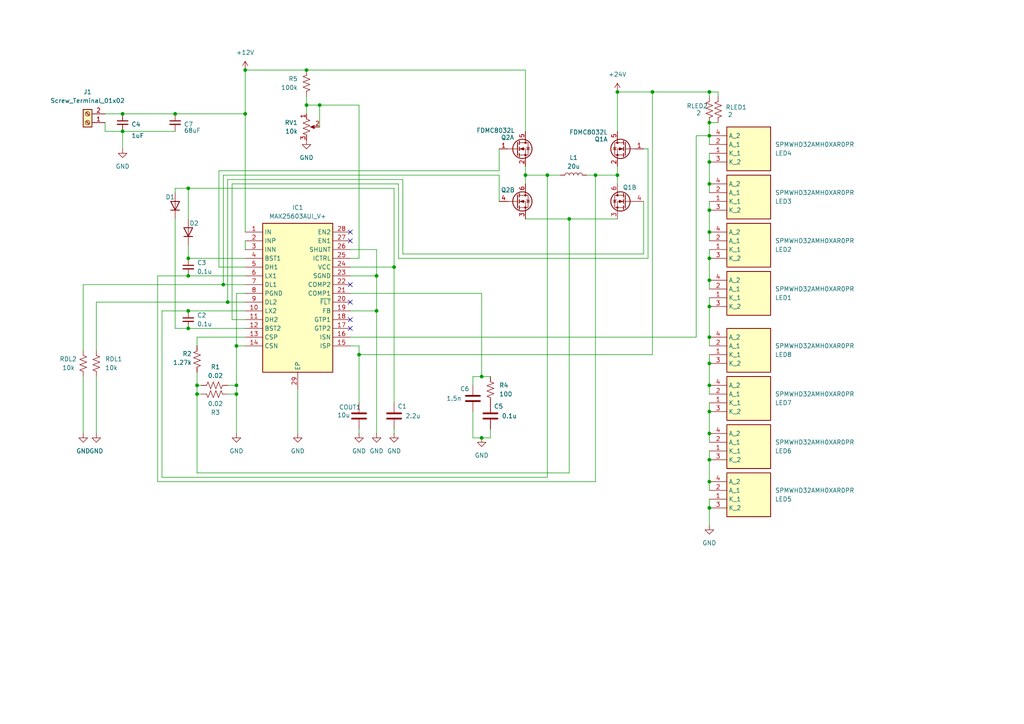
<source format=kicad_sch>
(kicad_sch (version 20231120) (generator "eeschema") (generator_version "8.0")
  (paper "A4")
  (lib_symbols
    (symbol "Connector:Screw_Terminal_01x02" (pin_names (offset 1.016) hide)
      (property "Reference" "J" (at 0 2.54 0))
      (property "Value" "Screw_Terminal_01x02" (at 0 -5.08 0))
      (symbol "Screw_Terminal_01x02_1_1"
        (rectangle (start -1.27 1.27) (end 1.27 -3.81) (stroke (width 0.254)) (fill (type background)))
        (circle (center 0 -2.54) (radius 0.635) (stroke (width 0.1524)))
        (polyline (pts (xy -0.5334 -2.2098) (xy 0.3302 -3.048)) (stroke (width 0.1524)))
        (polyline (pts (xy -0.5334 0.3302) (xy 0.3302 -0.508)) (stroke (width 0.1524)))
        (polyline (pts (xy -0.3556 -2.032) (xy 0.508 -2.8702)) (stroke (width 0.1524)))
        (polyline (pts (xy -0.3556 0.508) (xy 0.508 -0.3302)) (stroke (width 0.1524)))
        (circle (center 0 0) (radius 0.635) (stroke (width 0.1524)))
        (pin passive line (at -5.08 0 0) (length 3.81) (name "Pin_1") (number "1"))
        (pin passive line (at -5.08 -2.54 0) (length 3.81) (name "Pin_2") (number "2"))
      )
    )
    (symbol "Device:C" (pin_numbers hide) (pin_names (offset 0.254))
      (property "Reference" "C" (at 0.635 2.54 0))
      (property "Value" "C" (at 0.635 -2.54 0))
      (symbol "C_0_1"
        (polyline (pts (xy -2.032 -0.762) (xy 2.032 -0.762)) (stroke (width 0.508)))
        (polyline (pts (xy -2.032 0.762) (xy 2.032 0.762)) (stroke (width 0.508)))
      )
      (symbol "C_1_1"
        (pin passive line (at 0 3.81 270) (length 2.794) (name "~") (number "1"))
        (pin passive line (at 0 -3.81 90) (length 2.794) (name "~") (number "2"))
      )
    )
    (symbol "Device:C_Small" (pin_numbers hide) (pin_names (offset 0.254) hide)
      (property "Reference" "C" (at 0.254 1.778 0))
      (property "Value" "C_Small" (at 0.254 -2.032 0))
      (symbol "C_Small_0_1"
        (polyline (pts (xy -1.524 -0.508) (xy 1.524 -0.508)) (stroke (width 0.3302)))
        (polyline (pts (xy -1.524 0.508) (xy 1.524 0.508)) (stroke (width 0.3048)))
      )
      (symbol "C_Small_1_1"
        (pin passive line (at 0 2.54 270) (length 2.032) (name "~") (number "1"))
        (pin passive line (at 0 -2.54 90) (length 2.032) (name "~") (number "2"))
      )
    )
    (symbol "Device:D" (pin_numbers hide) (pin_names (offset 1.016) hide)
      (property "Reference" "D" (at 0 2.54 0))
      (property "Value" "D" (at 0 -2.54 0))
      (symbol "D_0_1"
        (polyline (pts (xy -1.27 1.27) (xy -1.27 -1.27)) (stroke (width 0.254)))
        (polyline (pts (xy 1.27 0) (xy -1.27 0)))
        (polyline (pts (xy 1.27 1.27) (xy 1.27 -1.27) (xy -1.27 0) (xy 1.27 1.27)) (stroke (width 0.254)))
      )
      (symbol "D_1_1"
        (pin passive line (at -3.81 0 0) (length 2.54) (name "K") (number "1"))
        (pin passive line (at 3.81 0 180) (length 2.54) (name "A") (number "2"))
      )
    )
    (symbol "Device:L" (pin_numbers hide) (pin_names (offset 1.016) hide)
      (property "Reference" "L" (at -1.27 0 90))
      (property "Value" "L" (at 1.905 0 90))
      (symbol "L_0_1"
        (arc (start 0 -2.54) (mid 0.6323 -1.905) (end 0 -1.27))
        (arc (start 0 -1.27) (mid 0.6323 -0.635) (end 0 0))
        (arc (start 0 0) (mid 0.6323 0.635) (end 0 1.27))
        (arc (start 0 1.27) (mid 0.6323 1.905) (end 0 2.54))
      )
      (symbol "L_1_1"
        (pin passive line (at 0 3.81 270) (length 1.27) (name "1") (number "1"))
        (pin passive line (at 0 -3.81 90) (length 1.27) (name "2") (number "2"))
      )
    )
    (symbol "Device:R_Potentiometer_US" (pin_names (offset 1.016) hide)
      (property "Reference" "RV" (at -4.445 0 90))
      (property "Value" "R_Potentiometer_US" (at -2.54 0 90))
      (symbol "R_Potentiometer_US_0_1"
        (polyline (pts (xy 0 -2.286) (xy 0 -2.54)))
        (polyline (pts (xy 0 2.54) (xy 0 2.286)))
        (polyline (pts (xy 2.54 0) (xy 1.524 0)))
        (polyline (pts (xy 1.143 0) (xy 2.286 0.508) (xy 2.286 -0.508) (xy 1.143 0)) (fill (type outline)))
        (polyline (pts (xy 0 -0.762) (xy 1.016 -1.143) (xy 0 -1.524) (xy -1.016 -1.905) (xy 0 -2.286)))
        (polyline (pts (xy 0 0.762) (xy 1.016 0.381) (xy 0 0) (xy -1.016 -0.381) (xy 0 -0.762)))
        (polyline (pts (xy 0 2.286) (xy 1.016 1.905) (xy 0 1.524) (xy -1.016 1.143) (xy 0 0.762)))
      )
      (symbol "R_Potentiometer_US_1_1"
        (pin passive line (at 0 3.81 270) (length 1.27) (name "1") (number "1"))
        (pin passive line (at 3.81 0 180) (length 1.27) (name "2") (number "2"))
        (pin passive line (at 0 -3.81 90) (length 1.27) (name "3") (number "3"))
      )
    )
    (symbol "Device:R_US" (pin_numbers hide) (pin_names (offset 0))
      (property "Reference" "R" (at 2.54 0 90))
      (property "Value" "R_US" (at -2.54 0 90))
      (symbol "R_US_0_1"
        (polyline (pts (xy 0 -2.286) (xy 0 -2.54)))
        (polyline (pts (xy 0 2.286) (xy 0 2.54)))
        (polyline (pts (xy 0 -0.762) (xy 1.016 -1.143) (xy 0 -1.524) (xy -1.016 -1.905) (xy 0 -2.286)))
        (polyline (pts (xy 0 0.762) (xy 1.016 0.381) (xy 0 0) (xy -1.016 -0.381) (xy 0 -0.762)))
        (polyline (pts (xy 0 2.286) (xy 1.016 1.905) (xy 0 1.524) (xy -1.016 1.143) (xy 0 0.762)))
      )
      (symbol "R_US_1_1"
        (pin passive line (at 0 3.81 270) (length 1.27) (name "~") (number "1"))
        (pin passive line (at 0 -3.81 90) (length 1.27) (name "~") (number "2"))
      )
    )
    (symbol "MAX25603AUI_V+:MAX25603AUI_V+"
      (property "Reference" "IC" (at 26.67 7.62 0))
      (property "Value" "MAX25603AUI_V+" (at 26.67 5.08 0))
      (symbol "MAX25603AUI_V+_1_1"
        (rectangle (start 5.08 2.54) (end 25.4 -40.64) (stroke (width 0.254)) (fill (type background)))
        (pin passive line (at 0 0 0) (length 5.08) (name "IN") (number "1"))
        (pin passive line (at 0 -22.86 0) (length 5.08) (name "LX2") (number "10"))
        (pin passive line (at 0 -25.4 0) (length 5.08) (name "DH2") (number "11"))
        (pin passive line (at 0 -27.94 0) (length 5.08) (name "BST2") (number "12"))
        (pin passive line (at 0 -30.48 0) (length 5.08) (name "CSP") (number "13"))
        (pin passive line (at 0 -33.02 0) (length 5.08) (name "CSN") (number "14"))
        (pin passive line (at 30.48 -33.02 180) (length 5.08) (name "ISP") (number "15"))
        (pin passive line (at 30.48 -30.48 180) (length 5.08) (name "ISN") (number "16"))
        (pin passive line (at 30.48 -27.94 180) (length 5.08) (name "GTP2") (number "17"))
        (pin passive line (at 30.48 -25.4 180) (length 5.08) (name "GTP1") (number "18"))
        (pin passive line (at 30.48 -22.86 180) (length 5.08) (name "FB") (number "19"))
        (pin passive line (at 0 -2.54 0) (length 5.08) (name "INP") (number "2"))
        (pin passive line (at 30.48 -20.32 180) (length 5.08) (name "~{FLT}") (number "20"))
        (pin passive line (at 30.48 -17.78 180) (length 5.08) (name "COMP1") (number "21"))
        (pin passive line (at 30.48 -15.24 180) (length 5.08) (name "COMP2") (number "22"))
        (pin passive line (at 30.48 -12.7 180) (length 5.08) (name "SGND") (number "23"))
        (pin passive line (at 30.48 -10.16 180) (length 5.08) (name "VCC") (number "24"))
        (pin passive line (at 30.48 -7.62 180) (length 5.08) (name "ICTRL") (number "25"))
        (pin passive line (at 30.48 -5.08 180) (length 5.08) (name "SHUNT") (number "26"))
        (pin passive line (at 30.48 -2.54 180) (length 5.08) (name "EN1") (number "27"))
        (pin passive line (at 30.48 0 180) (length 5.08) (name "EN2") (number "28"))
        (pin passive line (at 15.24 -45.72 90) (length 5.08) (name "EP") (number "29"))
        (pin passive line (at 0 -5.08 0) (length 5.08) (name "INN") (number "3"))
        (pin passive line (at 0 -7.62 0) (length 5.08) (name "BST1") (number "4"))
        (pin passive line (at 0 -10.16 0) (length 5.08) (name "DH1") (number "5"))
        (pin passive line (at 0 -12.7 0) (length 5.08) (name "LX1") (number "6"))
        (pin passive line (at 0 -15.24 0) (length 5.08) (name "DL1") (number "7"))
        (pin passive line (at 0 -17.78 0) (length 5.08) (name "PGND") (number "8"))
        (pin passive line (at 0 -20.32 0) (length 5.08) (name "DL2") (number "9"))
      )
    )
    (symbol "SPMWHD32AMH0XAR0PR:SPMWHD32AMH0XAR0PR"
      (property "Reference" "LED" (at 19.05 7.62 0))
      (property "Value" "SPMWHD32AMH0XAR0PR" (at 19.05 5.08 0))
      (symbol "SPMWHD32AMH0XAR0PR_1_1"
        (rectangle (start 5.08 2.54) (end 17.78 -10.16) (stroke (width 0.254)) (fill (type background)))
        (pin passive line (at 0 -2.54 0) (length 5.08) (name "K_1") (number "1"))
        (pin passive line (at 0 -5.08 0) (length 5.08) (name "A_1") (number "2"))
        (pin passive line (at 0 0 0) (length 5.08) (name "K_2") (number "3"))
        (pin passive line (at 0 -7.62 0) (length 5.08) (name "A_2") (number "4"))
      )
    )
    (symbol "Transistor_FET:FDMC8032L" (pin_names hide)
      (property "Reference" "Q" (at 5.08 1.905 0))
      (property "Value" "FDMC8032L" (at 5.08 0 0))
      (symbol "FDMC8032L_0_1"
        (polyline (pts (xy 0.254 0) (xy -2.54 0)))
        (polyline (pts (xy 0.254 1.905) (xy 0.254 -1.905)) (stroke (width 0.254)))
        (polyline (pts (xy 0.762 -1.27) (xy 0.762 -2.286)) (stroke (width 0.254)))
        (polyline (pts (xy 0.762 0.508) (xy 0.762 -0.508)) (stroke (width 0.254)))
        (polyline (pts (xy 0.762 2.286) (xy 0.762 1.27)) (stroke (width 0.254)))
        (polyline (pts (xy 2.54 2.54) (xy 2.54 1.778)))
        (polyline (pts (xy 2.54 -2.54) (xy 2.54 0) (xy 0.762 0)))
        (polyline (pts (xy 0.762 -1.778) (xy 3.302 -1.778) (xy 3.302 1.778) (xy 0.762 1.778)))
        (polyline (pts (xy 1.016 0) (xy 2.032 0.381) (xy 2.032 -0.381) (xy 1.016 0)) (fill (type outline)))
        (polyline (pts (xy 2.794 0.508) (xy 2.921 0.381) (xy 3.683 0.381) (xy 3.81 0.254)))
        (polyline (pts (xy 3.302 0.381) (xy 2.921 -0.254) (xy 3.683 -0.254) (xy 3.302 0.381)))
        (circle (center 1.651 0) (radius 2.794) (stroke (width 0.254)))
        (circle (center 2.54 -1.778) (radius 0.254) (fill (type outline)))
        (circle (center 2.54 1.778) (radius 0.254) (fill (type outline)))
      )
      (symbol "FDMC8032L_1_1"
        (pin passive line (at -5.08 0 0) (length 2.54) (name "G1") (number "1"))
        (pin passive line (at 2.54 -5.08 90) (length 2.54) (name "S1") (number "2"))
        (pin passive line (at 2.54 5.08 270) (length 2.54) (name "D1") (number "5"))
      )
      (symbol "FDMC8032L_2_1"
        (pin passive line (at 2.54 -5.08 90) (length 2.54) (name "S2") (number "3"))
        (pin passive line (at -5.08 0 0) (length 2.54) (name "G2") (number "4"))
        (pin passive line (at 2.54 5.08 270) (length 2.54) (name "D2") (number "6"))
      )
    )
    (symbol "power:+12V" (power) (pin_numbers hide) (pin_names (offset 0) hide)
      (property "Value" "+12V" (at 0 3.556 0))
      (symbol "+12V_0_1"
        (polyline (pts (xy -0.762 1.27) (xy 0 2.54)))
        (polyline (pts (xy 0 0) (xy 0 2.54)))
        (polyline (pts (xy 0 2.54) (xy 0.762 1.27)))
      )
      (symbol "+12V_1_1"
        (pin power_in line (at 0 0 90) (length 0) (name "~") (number "1"))
      )
    )
    (symbol "power:+24V" (power) (pin_numbers hide) (pin_names (offset 0) hide)
      (property "Value" "+24V" (at 0 3.556 0))
      (symbol "+24V_0_1"
        (polyline (pts (xy -0.762 1.27) (xy 0 2.54)))
        (polyline (pts (xy 0 0) (xy 0 2.54)))
        (polyline (pts (xy 0 2.54) (xy 0.762 1.27)))
      )
      (symbol "+24V_1_1"
        (pin power_in line (at 0 0 90) (length 0) (name "~") (number "1"))
      )
    )
    (symbol "power:GND" (power) (pin_numbers hide) (pin_names (offset 0) hide)
      (property "Value" "GND" (at 0 -3.81 0))
      (symbol "GND_0_1"
        (polyline (pts (xy 0 0) (xy 0 -1.27) (xy 1.27 -1.27) (xy 0 -2.54) (xy -1.27 -1.27) (xy 0 -1.27)))
      )
      (symbol "GND_1_1"
        (pin power_in line (at 0 0 270) (length 0) (name "~") (number "1"))
      )
    )
  )
  (junction (at 68.58 114.3))
  (junction (at 205.74 67.31))
  (junction (at 152.4 50.8))
  (junction (at 104.14 102.87))
  (junction (at 92.71 30.48))
  (junction (at 205.74 97.79))
  (junction (at 114.3 77.47))
  (junction (at 205.74 26.67))
  (junction (at 35.56 33.02))
  (junction (at 54.61 54.61))
  (junction (at 205.74 119.38))
  (junction (at 179.07 26.67))
  (junction (at 54.61 95.25))
  (junction (at 57.15 114.3))
  (junction (at 54.61 80.01))
  (junction (at 71.12 20.32))
  (junction (at 205.74 139.7))
  (junction (at 205.74 81.28))
  (junction (at 68.58 111.76))
  (junction (at 88.9 20.32))
  (junction (at 205.74 35.56))
  (junction (at 139.7 109.22))
  (junction (at 54.61 90.17))
  (junction (at 57.15 111.76))
  (junction (at 205.74 125.73))
  (junction (at 205.74 53.34))
  (junction (at 205.74 111.76))
  (junction (at 35.56 38.1))
  (junction (at 165.1 63.5))
  (junction (at 66.04 87.63))
  (junction (at 205.74 105.41))
  (junction (at 71.12 33.02))
  (junction (at 109.22 80.01))
  (junction (at 179.07 50.8))
  (junction (at 205.74 39.37))
  (junction (at 158.75 50.8))
  (junction (at 50.8 33.02))
  (junction (at 54.61 74.93))
  (junction (at 205.74 74.93))
  (junction (at 109.22 90.17))
  (junction (at 205.74 60.96))
  (junction (at 68.58 100.33))
  (junction (at 64.77 82.55))
  (junction (at 205.74 88.9))
  (junction (at 205.74 46.99))
  (junction (at 189.23 26.67))
  (junction (at 139.7 127))
  (junction (at 205.74 133.35))
  (junction (at 88.9 30.48))
  (junction (at 172.72 50.8))
  (junction (at 205.74 147.32))
  (no_connect (at 101.6 87.63))
  (no_connect (at 101.6 95.25))
  (no_connect (at 101.6 69.85))
  (no_connect (at 101.6 67.31))
  (no_connect (at 101.6 82.55))
  (no_connect (at 101.6 92.71))
  (wire (pts (xy 144.78 49.53) (xy 144.78 43.18)))
  (wire (pts (xy 104.14 102.87) (xy 104.14 116.84)))
  (wire (pts (xy 158.75 50.8) (xy 162.56 50.8)))
  (wire (pts (xy 50.8 63.5) (xy 50.8 95.25)))
  (wire (pts (xy 139.7 109.22) (xy 142.24 109.22)))
  (wire (pts (xy 152.4 20.32) (xy 88.9 20.32)))
  (wire (pts (xy 46.99 90.17) (xy 46.99 138.43)))
  (wire (pts (xy 189.23 26.67) (xy 205.74 26.67)))
  (wire (pts (xy 88.9 27.94) (xy 88.9 30.48)))
  (wire (pts (xy 101.6 80.01) (xy 109.22 80.01)))
  (wire (pts (xy 54.61 54.61) (xy 54.61 63.5)))
  (wire (pts (xy 64.77 82.55) (xy 71.12 82.55)))
  (wire (pts (xy 205.74 119.38) (xy 205.74 116.84)))
  (wire (pts (xy 104.14 102.87) (xy 189.23 102.87)))
  (wire (pts (xy 30.48 35.56) (xy 30.48 38.1)))
  (wire (pts (xy 101.6 85.09) (xy 139.7 85.09)))
  (wire (pts (xy 57.15 107.95) (xy 57.15 111.76)))
  (wire (pts (xy 205.74 88.9) (xy 205.74 97.79)))
  (wire (pts (xy 101.6 72.39) (xy 109.22 72.39)))
  (wire (pts (xy 205.74 142.24) (xy 205.74 139.7)))
  (wire (pts (xy 54.61 90.17) (xy 71.12 90.17)))
  (wire (pts (xy 205.74 41.91) (xy 205.74 39.37)))
  (wire (pts (xy 208.28 26.67) (xy 205.74 26.67)))
  (wire (pts (xy 27.94 87.63) (xy 27.94 101.6)))
  (wire (pts (xy 86.36 125.73) (xy 86.36 113.03)))
  (wire (pts (xy 50.8 54.61) (xy 50.8 55.88)))
  (wire (pts (xy 205.74 128.27) (xy 205.74 125.73)))
  (wire (pts (xy 67.31 53.34) (xy 115.57 53.34)))
  (wire (pts (xy 172.72 50.8) (xy 179.07 50.8)))
  (wire (pts (xy 88.9 30.48) (xy 92.71 30.48)))
  (wire (pts (xy 179.07 48.26) (xy 179.07 50.8)))
  (wire (pts (xy 205.74 39.37) (xy 205.74 35.56)))
  (wire (pts (xy 104.14 102.87) (xy 104.14 100.33)))
  (wire (pts (xy 68.58 100.33) (xy 71.12 100.33)))
  (wire (pts (xy 71.12 87.63) (xy 66.04 87.63)))
  (wire (pts (xy 68.58 111.76) (xy 68.58 114.3)))
  (wire (pts (xy 63.5 49.53) (xy 63.5 77.47)))
  (wire (pts (xy 205.74 111.76) (xy 205.74 105.41)))
  (wire (pts (xy 189.23 102.87) (xy 189.23 26.67)))
  (wire (pts (xy 101.6 97.79) (xy 201.93 97.79)))
  (wire (pts (xy 35.56 33.02) (xy 50.8 33.02)))
  (wire (pts (xy 205.74 147.32) (xy 205.74 144.78)))
  (wire (pts (xy 24.13 82.55) (xy 64.77 82.55)))
  (wire (pts (xy 24.13 109.22) (xy 24.13 125.73)))
  (wire (pts (xy 205.74 125.73) (xy 205.74 119.38)))
  (wire (pts (xy 152.4 50.8) (xy 152.4 53.34)))
  (wire (pts (xy 205.74 46.99) (xy 205.74 44.45)))
  (wire (pts (xy 201.93 39.37) (xy 205.74 39.37)))
  (wire (pts (xy 54.61 54.61) (xy 114.3 54.61)))
  (wire (pts (xy 68.58 114.3) (xy 68.58 125.73)))
  (wire (pts (xy 71.12 20.32) (xy 88.9 20.32)))
  (wire (pts (xy 104.14 100.33) (xy 101.6 100.33)))
  (wire (pts (xy 71.12 92.71) (xy 67.31 92.71)))
  (wire (pts (xy 68.58 85.09) (xy 68.58 100.33)))
  (wire (pts (xy 63.5 49.53) (xy 144.78 49.53)))
  (wire (pts (xy 64.77 50.8) (xy 64.77 82.55)))
  (wire (pts (xy 205.74 152.4) (xy 205.74 147.32)))
  (wire (pts (xy 66.04 111.76) (xy 68.58 111.76)))
  (wire (pts (xy 186.69 73.66) (xy 116.84 73.66)))
  (wire (pts (xy 142.24 127) (xy 139.7 127)))
  (wire (pts (xy 139.7 85.09) (xy 139.7 109.22)))
  (wire (pts (xy 104.14 125.73) (xy 104.14 124.46)))
  (wire (pts (xy 24.13 82.55) (xy 24.13 101.6)))
  (wire (pts (xy 187.96 43.18) (xy 186.69 43.18)))
  (wire (pts (xy 50.8 95.25) (xy 54.61 95.25)))
  (wire (pts (xy 46.99 90.17) (xy 54.61 90.17)))
  (wire (pts (xy 170.18 50.8) (xy 172.72 50.8)))
  (wire (pts (xy 152.4 20.32) (xy 152.4 38.1)))
  (wire (pts (xy 45.72 80.01) (xy 45.72 139.7)))
  (wire (pts (xy 152.4 63.5) (xy 165.1 63.5)))
  (wire (pts (xy 57.15 97.79) (xy 57.15 100.33)))
  (wire (pts (xy 205.74 26.67) (xy 205.74 27.94)))
  (wire (pts (xy 35.56 38.1) (xy 35.56 43.18)))
  (wire (pts (xy 186.69 58.42) (xy 186.69 73.66)))
  (wire (pts (xy 88.9 30.48) (xy 88.9 33.02)))
  (wire (pts (xy 142.24 124.46) (xy 142.24 127)))
  (wire (pts (xy 137.16 127) (xy 139.7 127)))
  (wire (pts (xy 66.04 87.63) (xy 27.94 87.63)))
  (wire (pts (xy 205.74 133.35) (xy 205.74 130.81)))
  (wire (pts (xy 50.8 33.02) (xy 71.12 33.02)))
  (wire (pts (xy 137.16 109.22) (xy 139.7 109.22)))
  (wire (pts (xy 205.74 114.3) (xy 205.74 111.76)))
  (wire (pts (xy 114.3 125.73) (xy 114.3 124.46)))
  (wire (pts (xy 54.61 80.01) (xy 71.12 80.01)))
  (wire (pts (xy 116.84 73.66) (xy 116.84 52.07)))
  (wire (pts (xy 71.12 69.85) (xy 71.12 72.39)))
  (wire (pts (xy 165.1 137.16) (xy 165.1 63.5)))
  (wire (pts (xy 66.04 52.07) (xy 66.04 87.63)))
  (wire (pts (xy 208.28 27.94) (xy 208.28 26.67)))
  (wire (pts (xy 71.12 85.09) (xy 68.58 85.09)))
  (wire (pts (xy 205.74 139.7) (xy 205.74 133.35)))
  (wire (pts (xy 92.71 30.48) (xy 104.14 30.48)))
  (wire (pts (xy 57.15 111.76) (xy 57.15 114.3)))
  (wire (pts (xy 114.3 77.47) (xy 114.3 116.84)))
  (wire (pts (xy 101.6 77.47) (xy 114.3 77.47)))
  (wire (pts (xy 152.4 50.8) (xy 158.75 50.8)))
  (wire (pts (xy 158.75 138.43) (xy 158.75 50.8)))
  (wire (pts (xy 27.94 109.22) (xy 27.94 125.73)))
  (wire (pts (xy 205.74 53.34) (xy 205.74 46.99)))
  (wire (pts (xy 187.96 74.93) (xy 187.96 43.18)))
  (wire (pts (xy 201.93 97.79) (xy 201.93 39.37)))
  (wire (pts (xy 205.74 100.33) (xy 205.74 97.79)))
  (wire (pts (xy 30.48 38.1) (xy 35.56 38.1)))
  (wire (pts (xy 101.6 90.17) (xy 109.22 90.17)))
  (wire (pts (xy 45.72 80.01) (xy 54.61 80.01)))
  (wire (pts (xy 109.22 80.01) (xy 109.22 90.17)))
  (wire (pts (xy 205.74 74.93) (xy 205.74 72.39)))
  (wire (pts (xy 205.74 67.31) (xy 205.74 60.96)))
  (wire (pts (xy 137.16 119.38) (xy 137.16 127)))
  (wire (pts (xy 67.31 53.34) (xy 67.31 92.71)))
  (wire (pts (xy 104.14 74.93) (xy 101.6 74.93)))
  (wire (pts (xy 57.15 114.3) (xy 57.15 137.16)))
  (wire (pts (xy 66.04 114.3) (xy 68.58 114.3)))
  (wire (pts (xy 205.74 69.85) (xy 205.74 67.31)))
  (wire (pts (xy 114.3 54.61) (xy 114.3 77.47)))
  (wire (pts (xy 57.15 137.16) (xy 165.1 137.16)))
  (wire (pts (xy 179.07 50.8) (xy 179.07 53.34)))
  (wire (pts (xy 115.57 53.34) (xy 115.57 74.93)))
  (wire (pts (xy 172.72 139.7) (xy 172.72 50.8)))
  (wire (pts (xy 144.78 50.8) (xy 144.78 58.42)))
  (wire (pts (xy 92.71 30.48) (xy 92.71 36.83)))
  (wire (pts (xy 109.22 90.17) (xy 109.22 125.73)))
  (wire (pts (xy 205.74 81.28) (xy 205.74 74.93)))
  (wire (pts (xy 179.07 26.67) (xy 189.23 26.67)))
  (wire (pts (xy 54.61 95.25) (xy 71.12 95.25)))
  (wire (pts (xy 205.74 88.9) (xy 205.74 86.36)))
  (wire (pts (xy 104.14 30.48) (xy 104.14 74.93)))
  (wire (pts (xy 205.74 35.56) (xy 208.28 35.56)))
  (wire (pts (xy 45.72 139.7) (xy 172.72 139.7)))
  (wire (pts (xy 116.84 52.07) (xy 66.04 52.07)))
  (wire (pts (xy 115.57 74.93) (xy 187.96 74.93)))
  (wire (pts (xy 46.99 138.43) (xy 158.75 138.43)))
  (wire (pts (xy 71.12 20.32) (xy 71.12 33.02)))
  (wire (pts (xy 137.16 111.76) (xy 137.16 109.22)))
  (wire (pts (xy 68.58 100.33) (xy 68.58 111.76)))
  (wire (pts (xy 71.12 77.47) (xy 63.5 77.47)))
  (wire (pts (xy 54.61 71.12) (xy 54.61 74.93)))
  (wire (pts (xy 35.56 38.1) (xy 50.8 38.1)))
  (wire (pts (xy 205.74 60.96) (xy 205.74 58.42)))
  (wire (pts (xy 64.77 50.8) (xy 144.78 50.8)))
  (wire (pts (xy 205.74 83.82) (xy 205.74 81.28)))
  (wire (pts (xy 71.12 33.02) (xy 71.12 67.31)))
  (wire (pts (xy 205.74 55.88) (xy 205.74 53.34)))
  (wire (pts (xy 179.07 38.1) (xy 179.07 26.67)))
  (wire (pts (xy 109.22 72.39) (xy 109.22 80.01)))
  (wire (pts (xy 205.74 105.41) (xy 205.74 102.87)))
  (wire (pts (xy 54.61 74.93) (xy 71.12 74.93)))
  (wire (pts (xy 30.48 33.02) (xy 35.56 33.02)))
  (wire (pts (xy 165.1 63.5) (xy 179.07 63.5)))
  (wire (pts (xy 50.8 54.61) (xy 54.61 54.61)))
  (wire (pts (xy 57.15 114.3) (xy 58.42 114.3)))
  (wire (pts (xy 58.42 111.76) (xy 57.15 111.76)))
  (wire (pts (xy 152.4 48.26) (xy 152.4 50.8)))
  (wire (pts (xy 71.12 97.79) (xy 57.15 97.79)))
  (symbol (lib_id "Device:R_US") (at 88.9 24.13 0) (mirror y) (unit 1)
    (property "Reference" "R5" (at 86.36 22.8599 0) (effects (justify left)))
    (property "Value" "100k" (at 86.36 25.3999 0) (effects (justify left)))
    (property "Footprint" "Resistor_SMD:R_0805_2012Metric" (effects (hide yes)))
    (property "Description" "Resistor, US symbol" (effects (hide yes)))
  )
  (symbol (lib_id "Device:R_US") (at 142.24 113.03 0) (unit 1)
    (property "Reference" "R4" (at 144.78 111.7599 0) (effects (justify left)))
    (property "Value" "100" (at 144.78 114.2999 0) (effects (justify left)))
    (property "Footprint" "Resistor_SMD:R_0805_2012Metric" (effects (hide yes)))
    (property "Description" "Resistor, US symbol" (effects (hide yes)))
  )
  (symbol (lib_id "power:GND") (at 114.3 125.73 0) (unit 1)
    (property "Reference" "#PWR03" (effects (hide yes)))
    (property "Value" "GND" (at 114.3 130.81 0))
    (property "Description" "Power symbol creates a global label with name \"GND\" , ground" (effects (hide yes)))
  )
  (symbol (lib_id "power:GND") (at 104.14 125.73 0) (unit 1)
    (property "Reference" "#PWR010" (effects (hide yes)))
    (property "Value" "GND" (at 104.14 130.81 0))
    (property "Description" "Power symbol creates a global label with name \"GND\" , ground" (effects (hide yes)))
  )
  (symbol (lib_id "power:GND") (at 88.9 40.64 0) (unit 1)
    (property "Reference" "#PWR013" (effects (hide yes)))
    (property "Value" "GND" (at 88.9 45.72 0))
    (property "Description" "Power symbol creates a global label with name \"GND\" , ground" (effects (hide yes)))
  )
  (symbol (lib_id "Device:C_Small") (at 54.61 77.47 0) (unit 1)
    (property "Reference" "C3" (at 57.15 76.2062 0) (effects (justify left)))
    (property "Value" "0.1u" (at 57.15 78.7462 0) (effects (justify left)))
    (property "Footprint" "Capacitor_SMD:CAPC2012X140N" (effects (hide yes)))
    (property "Description" "Unpolarized capacitor, small symbol" (effects (hide yes)))
  )
  (symbol (lib_id "power:GND") (at 86.36 125.73 0) (unit 1)
    (property "Reference" "#PWR02" (effects (hide yes)))
    (property "Value" "GND" (at 86.36 130.81 0))
    (property "Description" "Power symbol creates a global label with name \"GND\" , ground" (effects (hide yes)))
  )
  (symbol (lib_id "SPMWHD32AMH0XAR0PR:SPMWHD32AMH0XAR0PR") (at 205.74 147.32 0) (mirror x) (unit 1)
    (property "Reference" "LED5" (at 224.79 144.7801 0) (effects (justify left)))
    (property "Value" "SPMWHD32AMH0XAR0PR" (at 224.79 142.2401 0) (effects (justify left)))
    (property "Footprint" "LED_SMD:SPMWHD32AMH0XAR0PR" (effects (hide yes)))
    (property "Datasheet" "https://download.led.samsung.com/led/file/resource/2022/05/Data_Sheet_LM301H_EVO_Rev.2.1.pdf" (effects (hide yes)))
    (property "Description" "High Power LED" (effects (hide yes)))
    (property "Height" "0.8" (effects (hide yes)))
    (property "Manufacturer_Name" "SAMSUNG" (effects (hide yes)))
    (property "Manufacturer_Part_Number" "SPMWHD32AMH0XAR0PR" (effects (hide yes)))
    (property "Arrow Part Number" "SPMWHD32AMH0XAR0PR" (effects (hide yes)))
    (property "Arrow Price/Stock" "https://www.arrow.com/en/products/spmwhd32amh0xar0pr/samsung-electronics?region=nac" (effects (hide yes)))
  )
  (symbol (lib_id "Device:R_US") (at 57.15 104.14 0) (mirror y) (unit 1)
    (property "Reference" "R2" (at 55.626 102.616 0) (effects (justify left)))
    (property "Value" "1.27k" (at 55.626 105.156 0) (effects (justify left)))
    (property "Footprint" "Resistor_SMD:R_0805_2012Metric" (effects (hide yes)))
    (property "Description" "Resistor, US symbol" (effects (hide yes)))
  )
  (symbol (lib_id "SPMWHD32AMH0XAR0PR:SPMWHD32AMH0XAR0PR") (at 205.74 88.9 0) (mirror x) (unit 1)
    (property "Reference" "LED1" (at 224.79 86.3601 0) (effects (justify left)))
    (property "Value" "SPMWHD32AMH0XAR0PR" (at 224.79 83.8201 0) (effects (justify left)))
    (property "Footprint" "LED_SMD:SPMWHD32AMH0XAR0PR" (effects (hide yes)))
    (property "Datasheet" "https://download.led.samsung.com/led/file/resource/2022/05/Data_Sheet_LM301H_EVO_Rev.2.1.pdf" (effects (hide yes)))
    (property "Description" "High Power LED" (effects (hide yes)))
    (property "Height" "0.8" (effects (hide yes)))
    (property "Manufacturer_Name" "SAMSUNG" (effects (hide yes)))
    (property "Manufacturer_Part_Number" "SPMWHD32AMH0XAR0PR" (effects (hide yes)))
    (property "Arrow Part Number" "SPMWHD32AMH0XAR0PR" (effects (hide yes)))
    (property "Arrow Price/Stock" "https://www.arrow.com/en/products/spmwhd32amh0xar0pr/samsung-electronics?region=nac" (effects (hide yes)))
  )
  (symbol (lib_id "Device:R_Potentiometer_US") (at 88.9 36.83 0) (unit 1)
    (property "Reference" "RV1" (at 86.36 35.5599 0) (effects (justify right)))
    (property "Value" "10k" (at 86.36 38.0999 0) (effects (justify right)))
    (property "Footprint" "Potentiometer_SMD:Potentiometer_Vishay_TS53YJ_Vertical" (effects (hide yes)))
    (property "Description" "Potentiometer, US symbol" (effects (hide yes)))
  )
  (symbol (lib_id "power:+24V") (at 179.07 26.67 0) (unit 1)
    (property "Reference" "#PWR011" (effects (hide yes)))
    (property "Value" "+24V" (at 179.07 21.59 0))
    (property "Description" "Power symbol creates a global label with name \"+24V\"" (effects (hide yes)))
  )
  (symbol (lib_id "Device:R_US") (at 27.94 105.41 0) (unit 1)
    (property "Reference" "RDL1" (at 30.48 104.1399 0) (effects (justify left)))
    (property "Value" "10k" (at 30.48 106.6799 0) (effects (justify left)))
    (property "Footprint" "Resistor_SMD:R_0805_2012Metric" (effects (hide yes)))
    (property "Description" "Resistor, US symbol" (effects (hide yes)))
  )
  (symbol (lib_id "Device:D") (at 50.8 59.69 90) (unit 1)
    (property "Reference" "D1" (at 48.006 57.15 90) (effects (justify right)))
    (property "Value" "D" (effects (hide yes)))
    (property "Footprint" "Diode_SMD:D_SOD-123" (effects (hide yes)))
    (property "Description" "Diode" (effects (hide yes)))
    (property "Sim.Device" "D" (effects (hide yes)))
    (property "Sim.Pins" "1=K 2=A" (effects (hide yes)))
  )
  (symbol (lib_id "Transistor_FET:FDMC8032L") (at 149.86 58.42 0) (unit 2)
    (property "Reference" "Q2" (at 145.288 55.118 0) (effects (justify left)))
    (property "Value" "FDMC8032L" (at 138.176 37.846 0) (effects (justify left)))
    (property "Footprint" "Package_SON:Fairchild_DualPower33-6_3x3mm" (effects (hide yes)))
    (property "Datasheet" "https://www.onsemi.com/pub/Collateral/FDMC8032L-D.PDF" (effects (hide yes)))
    (property "Description" "7A Id, 40V Vds, Dual N-Channel MOSFET, 20mOhm Ron, Power33 Package" (effects (hide yes)))
  )
  (symbol (lib_id "Device:C") (at 114.3 120.65 0) (unit 1)
    (property "Reference" "C1" (at 115.316 117.856 0) (effects (justify left)))
    (property "Value" "2.2u" (at 117.602 120.65 0) (effects (justify left)))
    (property "Footprint" "3rdparty:CAPC2012X140N" (effects (hide yes)))
    (property "Description" "Unpolarized capacitor" (effects (hide yes)))
  )
  (symbol (lib_id "Device:D") (at 54.61 67.31 90) (unit 1)
    (property "Reference" "D2" (at 57.658 64.77 90) (effects (justify left)))
    (property "Value" "D" (effects (hide yes)))
    (property "Footprint" "Diode_SMD:D_SOD-123" (effects (hide yes)))
    (property "Description" "Diode" (effects (hide yes)))
    (property "Sim.Device" "D" (effects (hide yes)))
    (property "Sim.Pins" "1=K 2=A" (effects (hide yes)))
  )
  (symbol (lib_id "Device:R_US") (at 208.28 31.75 0) (mirror x) (unit 1)
    (property "Reference" "RLED1" (at 210.439 31.115 0) (effects (justify left)))
    (property "Value" "2" (at 211.074 33.274 0) (effects (justify left)))
    (property "Footprint" "Resistor_SMD:R_0805_2012Metric" (effects (hide yes)))
    (property "Description" "Resistor, US symbol" (effects (hide yes)))
  )
  (symbol (lib_id "power:GND") (at 205.74 152.4 0) (mirror y) (unit 1)
    (property "Reference" "#PWR04" (effects (hide yes)))
    (property "Value" "GND" (at 205.74 157.48 0))
    (property "Description" "Power symbol creates a global label with name \"GND\" , ground" (effects (hide yes)))
  )
  (symbol (lib_id "power:GND") (at 109.22 125.73 0) (unit 1)
    (property "Reference" "#PWR01" (effects (hide yes)))
    (property "Value" "GND" (at 109.22 130.81 0))
    (property "Description" "Power symbol creates a global label with name \"GND\" , ground" (effects (hide yes)))
  )
  (symbol (lib_id "Transistor_FET:FDMC8032L") (at 181.61 43.18 0) (mirror y) (unit 1)
    (property "Reference" "Q1" (at 176.276 40.386 0) (effects (justify left)))
    (property "Value" "FDMC8032L" (at 176.276 38.354 0) (effects (justify left)))
    (property "Footprint" "Package_SON:Fairchild_DualPower33-6_3x3mm" (effects (hide yes)))
    (property "Datasheet" "https://www.onsemi.com/pub/Collateral/FDMC8032L-D.PDF" (effects (hide yes)))
    (property "Description" "7A Id, 40V Vds, Dual N-Channel MOSFET, 20mOhm Ron, Power33 Package" (effects (hide yes)))
  )
  (symbol (lib_id "Device:R_US") (at 205.74 31.75 0) (mirror x) (unit 1)
    (property "Reference" "RLED2" (at 199.136 30.734 0) (effects (justify left)))
    (property "Value" "2" (at 201.93 32.766 0) (effects (justify left)))
    (property "Footprint" "Resistor_SMD:R_0805_2012Metric" (effects (hide yes)))
    (property "Description" "Resistor, US symbol" (effects (hide yes)))
  )
  (symbol (lib_id "SPMWHD32AMH0XAR0PR:SPMWHD32AMH0XAR0PR") (at 205.74 60.96 0) (mirror x) (unit 1)
    (property "Reference" "LED3" (at 224.79 58.4201 0) (effects (justify left)))
    (property "Value" "SPMWHD32AMH0XAR0PR" (at 224.79 55.8801 0) (effects (justify left)))
    (property "Footprint" "LED_SMD:SPMWHD32AMH0XAR0PR" (effects (hide yes)))
    (property "Datasheet" "https://download.led.samsung.com/led/file/resource/2022/05/Data_Sheet_LM301H_EVO_Rev.2.1.pdf" (effects (hide yes)))
    (property "Description" "High Power LED" (effects (hide yes)))
    (property "Height" "0.8" (effects (hide yes)))
    (property "Manufacturer_Name" "SAMSUNG" (effects (hide yes)))
    (property "Manufacturer_Part_Number" "SPMWHD32AMH0XAR0PR" (effects (hide yes)))
    (property "Arrow Part Number" "SPMWHD32AMH0XAR0PR" (effects (hide yes)))
    (property "Arrow Price/Stock" "https://www.arrow.com/en/products/spmwhd32amh0xar0pr/samsung-electronics?region=nac" (effects (hide yes)))
  )
  (symbol (lib_id "Device:C") (at 104.14 120.65 0) (unit 1)
    (property "Reference" "COUT1" (at 98.298 118.11 0) (effects (justify left)))
    (property "Value" "10u" (at 97.79 120.396 0) (effects (justify left)))
    (property "Footprint" "Capacitor_SMD:C_1206_3216Metric" (effects (hide yes)))
    (property "Description" "Unpolarized capacitor" (effects (hide yes)))
  )
  (symbol (lib_id "SPMWHD32AMH0XAR0PR:SPMWHD32AMH0XAR0PR") (at 205.74 74.93 0) (mirror x) (unit 1)
    (property "Reference" "LED2" (at 224.79 72.3901 0) (effects (justify left)))
    (property "Value" "SPMWHD32AMH0XAR0PR" (at 224.79 69.8501 0) (effects (justify left)))
    (property "Footprint" "LED_SMD:SPMWHD32AMH0XAR0PR" (effects (hide yes)))
    (property "Datasheet" "https://download.led.samsung.com/led/file/resource/2022/05/Data_Sheet_LM301H_EVO_Rev.2.1.pdf" (effects (hide yes)))
    (property "Description" "High Power LED" (effects (hide yes)))
    (property "Height" "0.8" (effects (hide yes)))
    (property "Manufacturer_Name" "SAMSUNG" (effects (hide yes)))
    (property "Manufacturer_Part_Number" "SPMWHD32AMH0XAR0PR" (effects (hide yes)))
    (property "Arrow Part Number" "SPMWHD32AMH0XAR0PR" (effects (hide yes)))
    (property "Arrow Price/Stock" "https://www.arrow.com/en/products/spmwhd32amh0xar0pr/samsung-electronics?region=nac" (effects (hide yes)))
  )
  (symbol (lib_id "Device:R_US") (at 62.23 114.3 270) (mirror x) (unit 1)
    (property "Reference" "R3" (at 62.484 119.634 90))
    (property "Value" "0.02" (at 62.484 117.094 90))
    (property "Footprint" "Resistor_SMD:R_1210_3225Metric" (effects (hide yes)))
    (property "Description" "Resistor, US symbol" (effects (hide yes)))
  )
  (symbol (lib_id "power:+12V") (at 71.12 20.32 0) (unit 1)
    (property "Reference" "#PWR09" (effects (hide yes)))
    (property "Value" "+12V" (at 71.12 15.24 0))
    (property "Description" "Power symbol creates a global label with name \"+12V\"" (effects (hide yes)))
  )
  (symbol (lib_id "SPMWHD32AMH0XAR0PR:SPMWHD32AMH0XAR0PR") (at 205.74 119.38 0) (mirror x) (unit 1)
    (property "Reference" "LED7" (at 224.79 116.8401 0) (effects (justify left)))
    (property "Value" "SPMWHD32AMH0XAR0PR" (at 224.79 114.3001 0) (effects (justify left)))
    (property "Footprint" "LED_SMD:SPMWHD32AMH0XAR0PR" (effects (hide yes)))
    (property "Datasheet" "https://download.led.samsung.com/led/file/resource/2022/05/Data_Sheet_LM301H_EVO_Rev.2.1.pdf" (effects (hide yes)))
    (property "Description" "High Power LED" (effects (hide yes)))
    (property "Height" "0.8" (effects (hide yes)))
    (property "Manufacturer_Name" "SAMSUNG" (effects (hide yes)))
    (property "Manufacturer_Part_Number" "SPMWHD32AMH0XAR0PR" (effects (hide yes)))
    (property "Arrow Part Number" "SPMWHD32AMH0XAR0PR" (effects (hide yes)))
    (property "Arrow Price/Stock" "https://www.arrow.com/en/products/spmwhd32amh0xar0pr/samsung-electronics?region=nac" (effects (hide yes)))
  )
  (symbol (lib_id "Device:R_US") (at 24.13 105.41 0) (unit 1)
    (property "Reference" "RDL2" (at 17.272 104.14 0) (effects (justify left)))
    (property "Value" "10k" (at 18.034 106.68 0) (effects (justify left)))
    (property "Footprint" "Resistor_SMD:R_0805_2012Metric" (effects (hide yes)))
    (property "Description" "Resistor, US symbol" (effects (hide yes)))
  )
  (symbol (lib_id "Device:R_US") (at 62.23 111.76 270) (unit 1)
    (property "Reference" "R1" (at 62.484 106.426 90))
    (property "Value" "0.02" (at 62.484 108.966 90))
    (property "Footprint" "Resistor_SMD:R_1210_3225Metric" (effects (hide yes)))
    (property "Description" "Resistor, US symbol" (effects (hide yes)))
  )
  (symbol (lib_id "Device:C_Small") (at 54.61 92.71 0) (unit 1)
    (property "Reference" "C2" (at 57.15 91.4462 0) (effects (justify left)))
    (property "Value" "0.1u" (at 57.15 93.9862 0) (effects (justify left)))
    (property "Footprint" "Capacitor_SMD:CAPC2012X140N" (effects (hide yes)))
    (property "Description" "Unpolarized capacitor, small symbol" (effects (hide yes)))
  )
  (symbol (lib_id "Device:L") (at 166.37 50.8 90) (unit 1)
    (property "Reference" "L1" (at 166.37 45.72 90))
    (property "Value" "20u" (at 166.37 48.26 90))
    (property "Footprint" "Inductor_SMD_Wurth:7843332000" (effects (hide yes)))
    (property "Description" "Inductor" (effects (hide yes)))
  )
  (symbol (lib_id "MAX25603AUI_V+:MAX25603AUI_V+") (at 71.12 67.31 0) (unit 1)
    (property "Reference" "IC1" (at 86.36 60.198 0))
    (property "Value" "MAX25603AUI_V+" (at 86.36 62.738 0))
    (property "Footprint" "LED_SMD:SOP65P640X110-29N" (effects (hide yes)))
    (property "Datasheet" "https://www.analog.com/MAX25603/datasheet" (effects (hide yes)))
    (property "Description" "Automotive Four-Switch Buck-Boost LED Controller for Combination Head Lights" (effects (hide yes)))
    (property "Height" "1.1" (effects (hide yes)))
    (property "Manufacturer_Name" "Analog Devices" (effects (hide yes)))
    (property "Manufacturer_Part_Number" "MAX25603AUI/V+" (effects (hide yes)))
    (property "Mouser Part Number" "700-MAX25603AUI/V+" (effects (hide yes)))
    (property "Mouser Price/Stock" "https://www.mouser.co.uk/ProductDetail/Analog-Devices-Maxim-Integrated/MAX25603AUI-V%2b?qs=doiCPypUmgFX06DpQbFwEw%3D%3D" (effects (hide yes)))
  )
  (symbol (lib_id "power:GND") (at 68.58 125.73 0) (unit 1)
    (property "Reference" "#PWR06" (effects (hide yes)))
    (property "Value" "GND" (at 68.58 130.81 0))
    (property "Description" "Power symbol creates a global label with name \"GND\" , ground" (effects (hide yes)))
  )
  (symbol (lib_id "Device:C") (at 137.16 115.57 0) (mirror y) (unit 1)
    (property "Reference" "C6" (at 136.144 112.776 0) (effects (justify left)))
    (property "Value" "1.5n" (at 133.858 115.57 0) (effects (justify left)))
    (property "Footprint" "3rdparty:CAPC2012X140N" (effects (hide yes)))
    (property "Description" "Unpolarized capacitor" (effects (hide yes)))
  )
  (symbol (lib_id "SPMWHD32AMH0XAR0PR:SPMWHD32AMH0XAR0PR") (at 205.74 46.99 0) (mirror x) (unit 1)
    (property "Reference" "LED4" (at 224.79 44.4501 0) (effects (justify left)))
    (property "Value" "SPMWHD32AMH0XAR0PR" (at 224.79 41.9101 0) (effects (justify left)))
    (property "Footprint" "LED_SMD:SPMWHD32AMH0XAR0PR" (effects (hide yes)))
    (property "Datasheet" "https://download.led.samsung.com/led/file/resource/2022/05/Data_Sheet_LM301H_EVO_Rev.2.1.pdf" (effects (hide yes)))
    (property "Description" "High Power LED" (effects (hide yes)))
    (property "Height" "0.8" (effects (hide yes)))
    (property "Manufacturer_Name" "SAMSUNG" (effects (hide yes)))
    (property "Manufacturer_Part_Number" "SPMWHD32AMH0XAR0PR" (effects (hide yes)))
    (property "Arrow Part Number" "SPMWHD32AMH0XAR0PR" (effects (hide yes)))
    (property "Arrow Price/Stock" "https://www.arrow.com/en/products/spmwhd32amh0xar0pr/samsung-electronics?region=nac" (effects (hide yes)))
  )
  (symbol (lib_id "Transistor_FET:FDMC8032L") (at 181.61 58.42 0) (mirror y) (unit 2)
    (property "Reference" "Q1" (at 184.658 54.356 0) (effects (justify left)))
    (property "Value" "FDMC8032L" (effects (hide yes)))
    (property "Footprint" "Package_SON:Fairchild_DualPower33-6_3x3mm" (effects (hide yes)))
    (property "Datasheet" "https://www.onsemi.com/pub/Collateral/FDMC8032L-D.PDF" (effects (hide yes)))
    (property "Description" "7A Id, 40V Vds, Dual N-Channel MOSFET, 20mOhm Ron, Power33 Package" (effects (hide yes)))
  )
  (symbol (lib_id "Transistor_FET:FDMC8032L") (at 149.86 43.18 0) (unit 1)
    (property "Reference" "Q2" (at 145.288 39.878 0) (effects (justify left)))
    (property "Value" "FDMC8032L" (effects (hide yes)))
    (property "Footprint" "Package_SON:Fairchild_DualPower33-6_3x3mm" (effects (hide yes)))
    (property "Datasheet" "https://www.onsemi.com/pub/Collateral/FDMC8032L-D.PDF" (effects (hide yes)))
    (property "Description" "7A Id, 40V Vds, Dual N-Channel MOSFET, 20mOhm Ron, Power33 Package" (effects (hide yes)))
  )
  (symbol (lib_id "Connector:Screw_Terminal_01x02") (at 25.4 35.56 180) (unit 1)
    (property "Reference" "J1" (at 25.4 26.67 0))
    (property "Value" "Screw_Terminal_01x02" (at 25.4 29.21 0))
    (property "Footprint" "TerminalBlock_MetzConnect:TerminalBlock_MetzConnect_Type086_RT03402HBLC_1x02_P3.81mm_Horizontal" (effects (hide yes)))
    (property "Description" "Generic screw terminal, single row, 01x02, script generated (kicad-library-utils/schlib/autogen/connector/)" (effects (hide yes)))
  )
  (symbol (lib_id "power:GND") (at 35.56 43.18 0) (unit 1)
    (property "Reference" "#PWR05" (effects (hide yes)))
    (property "Value" "GND" (at 35.56 48.26 0))
    (property "Description" "Power symbol creates a global label with name \"GND\" , ground" (effects (hide yes)))
  )
  (symbol (lib_id "SPMWHD32AMH0XAR0PR:SPMWHD32AMH0XAR0PR") (at 205.74 105.41 0) (mirror x) (unit 1)
    (property "Reference" "LED8" (at 224.79 102.8701 0) (effects (justify left)))
    (property "Value" "SPMWHD32AMH0XAR0PR" (at 224.79 100.3301 0) (effects (justify left)))
    (property "Footprint" "LED_SMD:SPMWHD32AMH0XAR0PR" (effects (hide yes)))
    (property "Datasheet" "https://download.led.samsung.com/led/file/resource/2022/05/Data_Sheet_LM301H_EVO_Rev.2.1.pdf" (effects (hide yes)))
    (property "Description" "High Power LED" (effects (hide yes)))
    (property "Height" "0.8" (effects (hide yes)))
    (property "Manufacturer_Name" "SAMSUNG" (effects (hide yes)))
    (property "Manufacturer_Part_Number" "SPMWHD32AMH0XAR0PR" (effects (hide yes)))
    (property "Arrow Part Number" "SPMWHD32AMH0XAR0PR" (effects (hide yes)))
    (property "Arrow Price/Stock" "https://www.arrow.com/en/products/spmwhd32amh0xar0pr/samsung-electronics?region=nac" (effects (hide yes)))
  )
  (symbol (lib_id "Device:C") (at 142.24 120.65 0) (unit 1)
    (property "Reference" "C5" (at 143.256 117.856 0) (effects (justify left)))
    (property "Value" "0.1u" (at 145.542 120.65 0) (effects (justify left)))
    (property "Footprint" "3rdparty:CAPC2012X140N" (effects (hide yes)))
    (property "Description" "Unpolarized capacitor" (effects (hide yes)))
  )
  (symbol (lib_id "power:GND") (at 27.94 125.73 0) (unit 1)
    (property "Reference" "#PWR08" (effects (hide yes)))
    (property "Value" "GND" (at 27.94 130.81 0))
    (property "Description" "Power symbol creates a global label with name \"GND\" , ground" (effects (hide yes)))
  )
  (symbol (lib_id "power:GND") (at 139.7 127 0) (unit 1)
    (property "Reference" "#PWR012" (effects (hide yes)))
    (property "Value" "GND" (at 139.7 132.08 0))
    (property "Description" "Power symbol creates a global label with name \"GND\" , ground" (effects (hide yes)))
  )
  (symbol (lib_id "Device:C_Small") (at 50.8 35.56 0) (unit 1)
    (property "Reference" "C7" (at 53.34 36.068 0) (effects (justify left)))
    (property "Value" "68uF" (at 53.34 37.846 0) (effects (justify left)))
    (property "Footprint" "Capacitor_SMD:CP_Elec_6.3x5.4" (effects (hide yes)))
    (property "Description" "Unpolarized capacitor, small symbol" (effects (hide yes)))
  )
  (symbol (lib_id "Device:C_Small") (at 35.56 35.56 0) (unit 1)
    (property "Reference" "C4" (at 38.1 36.068 0) (effects (justify left)))
    (property "Value" "1uF" (at 38.1 39.37 0) (effects (justify left)))
    (property "Footprint" "Capacitor_SMD:CAPC2012X140N" (effects (hide yes)))
    (property "Description" "Unpolarized capacitor, small symbol" (effects (hide yes)))
  )
  (symbol (lib_id "power:GND") (at 24.13 125.73 0) (unit 1)
    (property "Reference" "#PWR07" (effects (hide yes)))
    (property "Value" "GND" (at 24.13 130.81 0))
    (property "Description" "Power symbol creates a global label with name \"GND\" , ground" (effects (hide yes)))
  )
  (symbol (lib_id "SPMWHD32AMH0XAR0PR:SPMWHD32AMH0XAR0PR") (at 205.74 133.35 0) (mirror x) (unit 1)
    (property "Reference" "LED6" (at 224.79 130.8101 0) (effects (justify left)))
    (property "Value" "SPMWHD32AMH0XAR0PR" (at 224.79 128.2701 0) (effects (justify left)))
    (property "Footprint" "LED_SMD:SPMWHD32AMH0XAR0PR" (effects (hide yes)))
    (property "Datasheet" "https://download.led.samsung.com/led/file/resource/2022/05/Data_Sheet_LM301H_EVO_Rev.2.1.pdf" (effects (hide yes)))
    (property "Description" "High Power LED" (effects (hide yes)))
    (property "Height" "0.8" (effects (hide yes)))
    (property "Manufacturer_Name" "SAMSUNG" (effects (hide yes)))
    (property "Manufacturer_Part_Number" "SPMWHD32AMH0XAR0PR" (effects (hide yes)))
    (property "Arrow Part Number" "SPMWHD32AMH0XAR0PR" (effects (hide yes)))
    (property "Arrow Price/Stock" "https://www.arrow.com/en/products/spmwhd32amh0xar0pr/samsung-electronics?region=nac" (effects (hide yes)))
  )
)
</source>
